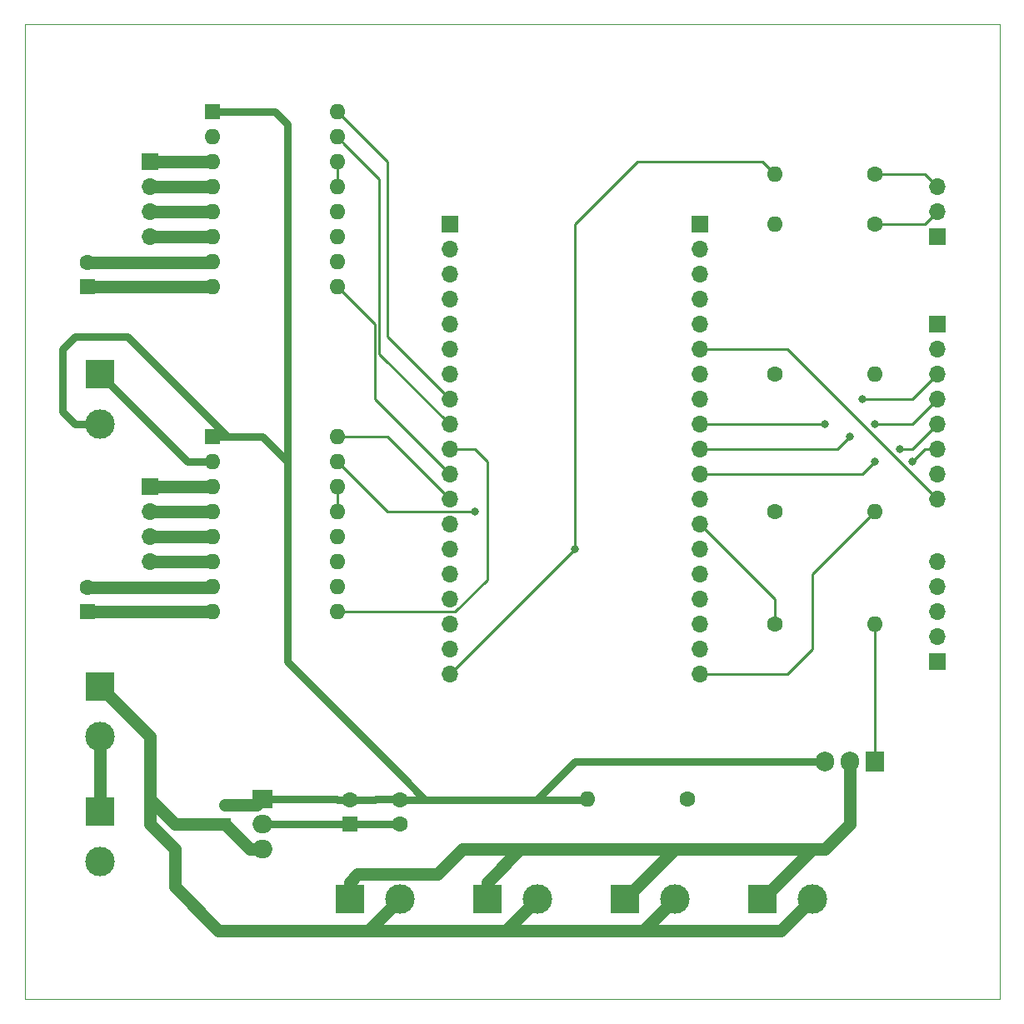
<source format=gbr>
G04 #@! TF.GenerationSoftware,KiCad,Pcbnew,(5.1.2)-2*
G04 #@! TF.CreationDate,2019-07-27T17:10:03+02:00*
G04 #@! TF.ProjectId,3D Scanner,33442053-6361-46e6-9e65-722e6b696361,1.0*
G04 #@! TF.SameCoordinates,Original*
G04 #@! TF.FileFunction,Copper,L1,Top*
G04 #@! TF.FilePolarity,Positive*
%FSLAX46Y46*%
G04 Gerber Fmt 4.6, Leading zero omitted, Abs format (unit mm)*
G04 Created by KiCad (PCBNEW (5.1.2)-2) date 2019-07-27 17:10:03*
%MOMM*%
%LPD*%
G04 APERTURE LIST*
%ADD10C,0.050000*%
%ADD11O,1.600000X1.600000*%
%ADD12R,1.600000X1.600000*%
%ADD13C,3.000000*%
%ADD14R,3.000000X3.000000*%
%ADD15O,1.905000X2.000000*%
%ADD16R,1.905000X2.000000*%
%ADD17O,2.000000X1.905000*%
%ADD18R,2.000000X1.905000*%
%ADD19O,1.700000X1.700000*%
%ADD20R,1.700000X1.700000*%
%ADD21C,1.600000*%
%ADD22C,1.200000*%
%ADD23R,1.200000X1.200000*%
%ADD24C,0.800000*%
%ADD25C,0.250000*%
%ADD26C,1.250000*%
%ADD27C,0.750000*%
G04 APERTURE END LIST*
D10*
X58420000Y-163830000D02*
X58420000Y-68580000D01*
X157480000Y-68580000D02*
X157480000Y-163830000D01*
X58420000Y-68580000D02*
X157480000Y-68580000D01*
X58420000Y-167640000D02*
X58420000Y-163830000D01*
X157480000Y-167640000D02*
X58420000Y-167640000D01*
X157480000Y-163830000D02*
X157480000Y-167640000D01*
D11*
X90170000Y-77470000D03*
X77470000Y-95250000D03*
X90170000Y-80010000D03*
X77470000Y-92710000D03*
X90170000Y-82550000D03*
X77470000Y-90170000D03*
X90170000Y-85090000D03*
X77470000Y-87630000D03*
X90170000Y-87630000D03*
X77470000Y-85090000D03*
X90170000Y-90170000D03*
X77470000Y-82550000D03*
X90170000Y-92710000D03*
X77470000Y-80010000D03*
X90170000Y-95250000D03*
D12*
X77470000Y-77470000D03*
D11*
X90170000Y-110490000D03*
X77470000Y-128270000D03*
X90170000Y-113030000D03*
X77470000Y-125730000D03*
X90170000Y-115570000D03*
X77470000Y-123190000D03*
X90170000Y-118110000D03*
X77470000Y-120650000D03*
X90170000Y-120650000D03*
X77470000Y-118110000D03*
X90170000Y-123190000D03*
X77470000Y-115570000D03*
X90170000Y-125730000D03*
X77470000Y-113030000D03*
X90170000Y-128270000D03*
D12*
X77470000Y-110490000D03*
D13*
X66040000Y-140970000D03*
D14*
X66040000Y-135890000D03*
D13*
X66040000Y-109220000D03*
D14*
X66040000Y-104140000D03*
D13*
X66040000Y-153670000D03*
D14*
X66040000Y-148590000D03*
D13*
X138430000Y-157480000D03*
D14*
X133350000Y-157480000D03*
D13*
X124460000Y-157480000D03*
D14*
X119380000Y-157480000D03*
D13*
X110490000Y-157480000D03*
D14*
X105410000Y-157480000D03*
D13*
X96520000Y-157480000D03*
D14*
X91440000Y-157480000D03*
D15*
X139700000Y-143510000D03*
X142240000Y-143510000D03*
D16*
X144780000Y-143510000D03*
D17*
X82550000Y-152400000D03*
X82550000Y-149860000D03*
D18*
X82550000Y-147320000D03*
D19*
X127000000Y-116840000D03*
X127000000Y-124460000D03*
X127000000Y-111760000D03*
X127000000Y-106680000D03*
X127000000Y-119380000D03*
X127000000Y-101600000D03*
X127000000Y-127000000D03*
D20*
X127000000Y-88900000D03*
D19*
X127000000Y-93980000D03*
X127000000Y-99060000D03*
X127000000Y-129540000D03*
X127000000Y-132080000D03*
X127000000Y-134620000D03*
X127000000Y-104140000D03*
X127000000Y-91440000D03*
X127000000Y-114300000D03*
X127000000Y-96520000D03*
X127000000Y-121920000D03*
X127000000Y-109220000D03*
X101600000Y-116840000D03*
X101600000Y-124460000D03*
X101600000Y-111760000D03*
X101600000Y-106680000D03*
X101600000Y-119380000D03*
X101600000Y-101600000D03*
X101600000Y-127000000D03*
D20*
X101600000Y-88900000D03*
D19*
X101600000Y-93980000D03*
X101600000Y-99060000D03*
X101600000Y-129540000D03*
X101600000Y-132080000D03*
X101600000Y-134620000D03*
X101600000Y-104140000D03*
X101600000Y-91440000D03*
X101600000Y-114300000D03*
X101600000Y-96520000D03*
X101600000Y-121920000D03*
X101600000Y-109220000D03*
X151130000Y-130810000D03*
X151130000Y-125730000D03*
X151130000Y-123190000D03*
X151130000Y-128270000D03*
D20*
X151130000Y-133350000D03*
D19*
X71120000Y-123190000D03*
X71120000Y-120650000D03*
X71120000Y-118110000D03*
D20*
X71120000Y-115570000D03*
D19*
X71120000Y-90170000D03*
X71120000Y-87630000D03*
X71120000Y-85090000D03*
D20*
X71120000Y-82550000D03*
D19*
X151130000Y-116840000D03*
X151130000Y-114300000D03*
X151130000Y-111760000D03*
X151130000Y-109220000D03*
X151130000Y-106680000D03*
X151130000Y-104140000D03*
X151130000Y-101600000D03*
D20*
X151130000Y-99060000D03*
D19*
X151130000Y-85090000D03*
X151130000Y-87630000D03*
D20*
X151130000Y-90170000D03*
D11*
X144780000Y-129540000D03*
D21*
X134620000Y-129540000D03*
D11*
X115570000Y-147320000D03*
D21*
X125730000Y-147320000D03*
D11*
X144780000Y-104140000D03*
D21*
X134620000Y-104140000D03*
D11*
X144780000Y-118110000D03*
D21*
X134620000Y-118110000D03*
D11*
X134620000Y-88900000D03*
D21*
X144780000Y-88900000D03*
D11*
X134620000Y-83820000D03*
D21*
X144780000Y-83820000D03*
X64770000Y-125770000D03*
D12*
X64770000Y-128270000D03*
D21*
X64770000Y-92750000D03*
D12*
X64770000Y-95250000D03*
D21*
X96520000Y-147360000D03*
X96520000Y-149860000D03*
X91440000Y-147360000D03*
D12*
X91440000Y-149860000D03*
D22*
X78740000Y-147860000D03*
D23*
X78740000Y-149860000D03*
D24*
X148590000Y-113030000D03*
X142240000Y-110490000D03*
X144780000Y-109220000D03*
X143510000Y-106680000D03*
X139700000Y-109220000D03*
X104140000Y-118110000D03*
X144780000Y-113030000D03*
X147320000Y-111760000D03*
X114300000Y-121920000D03*
D25*
X127000000Y-134620000D02*
X135890000Y-134620000D01*
X135890000Y-134620000D02*
X138430000Y-132080000D01*
X138430000Y-124460000D02*
X144780000Y-118110000D01*
X138430000Y-132080000D02*
X138430000Y-124460000D01*
X151130000Y-111760000D02*
X149860000Y-111760000D01*
X149860000Y-111760000D02*
X148590000Y-113030000D01*
X134620000Y-127000000D02*
X127000000Y-119380000D01*
X134620000Y-129540000D02*
X134620000Y-127000000D01*
X127000000Y-111760000D02*
X140970000Y-111760000D01*
X140970000Y-111760000D02*
X142240000Y-110490000D01*
X148590000Y-109220000D02*
X151130000Y-106680000D01*
X144780000Y-109220000D02*
X148590000Y-109220000D01*
X151130000Y-104140000D02*
X148590000Y-106680000D01*
X148590000Y-106680000D02*
X143510000Y-106680000D01*
X139700000Y-109220000D02*
X127000000Y-109220000D01*
X135890000Y-101600000D02*
X151130000Y-116840000D01*
X127000000Y-101600000D02*
X135890000Y-101600000D01*
X90170000Y-113030000D02*
X95250000Y-118110000D01*
X95250000Y-118110000D02*
X104140000Y-118110000D01*
X127000000Y-114300000D02*
X143510000Y-114300000D01*
X143510000Y-114300000D02*
X144780000Y-113030000D01*
X148590000Y-111760000D02*
X151130000Y-109220000D01*
X147320000Y-111760000D02*
X148590000Y-111760000D01*
X101600000Y-134620000D02*
X114300000Y-121920000D01*
X133350000Y-82550000D02*
X134620000Y-83820000D01*
X120650000Y-82550000D02*
X133350000Y-82550000D01*
X114300000Y-121920000D02*
X114300000Y-88900000D01*
X114300000Y-88900000D02*
X120650000Y-82550000D01*
X95250000Y-110490000D02*
X101600000Y-116840000D01*
X90170000Y-110490000D02*
X95250000Y-110490000D01*
X90170000Y-95250000D02*
X93980000Y-99060000D01*
X93980000Y-106680000D02*
X101600000Y-114300000D01*
X93980000Y-99060000D02*
X93980000Y-106680000D01*
X102802081Y-111760000D02*
X101600000Y-111760000D01*
X104017002Y-111760000D02*
X102802081Y-111760000D01*
X90170000Y-128270000D02*
X102143002Y-128270000D01*
X104017002Y-111760000D02*
X104140000Y-111760000D01*
X104140000Y-111760000D02*
X105410000Y-113030000D01*
X105410000Y-113030000D02*
X105410000Y-118110000D01*
X105410000Y-125003002D02*
X102143002Y-128270000D01*
X105410000Y-118110000D02*
X105410000Y-125003002D01*
X102143002Y-128270000D02*
X101600000Y-128270000D01*
X90969999Y-80809999D02*
X90170000Y-80010000D01*
X94480010Y-84320010D02*
X90969999Y-80809999D01*
X94480010Y-102100010D02*
X94480010Y-84320010D01*
X101600000Y-109220000D02*
X94480010Y-102100010D01*
X95250000Y-82550000D02*
X90170000Y-77470000D01*
X101600000Y-106680000D02*
X95250000Y-100330000D01*
X95250000Y-100330000D02*
X95250000Y-82550000D01*
D26*
X81280000Y-152400000D02*
X82550000Y-152400000D01*
X78740000Y-149860000D02*
X81280000Y-152400000D01*
X71120000Y-149860000D02*
X73660000Y-152400000D01*
X66040000Y-135890000D02*
X71120000Y-140970000D01*
X77430000Y-95210000D02*
X77470000Y-95250000D01*
X71120000Y-147320000D02*
X73660000Y-149860000D01*
X71120000Y-146050000D02*
X71120000Y-147320000D01*
X73660000Y-149860000D02*
X78740000Y-149860000D01*
X71120000Y-146050000D02*
X71120000Y-149860000D01*
X71120000Y-140970000D02*
X71120000Y-146050000D01*
X78105000Y-160655000D02*
X73660000Y-156210000D01*
X73660000Y-152400000D02*
X73660000Y-156210000D01*
X135255000Y-160655000D02*
X138430000Y-157480000D01*
X122960001Y-158979999D02*
X121285000Y-160655000D01*
X124460000Y-157480000D02*
X122960001Y-158979999D01*
X135255000Y-160655000D02*
X121285000Y-160655000D01*
X108990001Y-158979999D02*
X107315000Y-160655000D01*
X110490000Y-157480000D02*
X108990001Y-158979999D01*
X121285000Y-160655000D02*
X107315000Y-160655000D01*
X95020001Y-158979999D02*
X93345000Y-160655000D01*
X96520000Y-157480000D02*
X95020001Y-158979999D01*
X107315000Y-160655000D02*
X93345000Y-160655000D01*
X107315000Y-160655000D02*
X78105000Y-160655000D01*
X77430000Y-128230000D02*
X77470000Y-128270000D01*
X64770000Y-95250000D02*
X77470000Y-95250000D01*
X64770000Y-128270000D02*
X77470000Y-128270000D01*
D27*
X82550000Y-149860000D02*
X90170000Y-149860000D01*
X96480000Y-149860000D02*
X96520000Y-149820000D01*
X90170000Y-149860000D02*
X96480000Y-149860000D01*
X74930000Y-113030000D02*
X66040000Y-104140000D01*
X77470000Y-113030000D02*
X74930000Y-113030000D01*
D25*
X90170000Y-118110000D02*
X90170000Y-115570000D01*
D26*
X77470000Y-123190000D02*
X71120000Y-123190000D01*
X71120000Y-120650000D02*
X77470000Y-120650000D01*
X77470000Y-118110000D02*
X71120000Y-118110000D01*
X71120000Y-115570000D02*
X77470000Y-115570000D01*
D25*
X90170000Y-85090000D02*
X90170000Y-82550000D01*
D26*
X71120000Y-90170000D02*
X77470000Y-90170000D01*
X77470000Y-87630000D02*
X71120000Y-87630000D01*
X71120000Y-85090000D02*
X77470000Y-85090000D01*
X77470000Y-82550000D02*
X71120000Y-82550000D01*
D25*
X149860000Y-83820000D02*
X151130000Y-85090000D01*
X144780000Y-83820000D02*
X149860000Y-83820000D01*
X149860000Y-88900000D02*
X151130000Y-87630000D01*
X144780000Y-88900000D02*
X149860000Y-88900000D01*
D26*
X91440000Y-155730000D02*
X91440000Y-157480000D01*
X108740000Y-152400000D02*
X105410000Y-155730000D01*
D25*
X122710000Y-152400000D02*
X123190000Y-152400000D01*
D26*
X105410000Y-157480000D02*
X105410000Y-155730000D01*
X108740000Y-152400000D02*
X123190000Y-152400000D01*
X139700000Y-152400000D02*
X135680000Y-152400000D01*
X123190000Y-152400000D02*
X124460000Y-152400000D01*
X122400000Y-152400000D02*
X124460000Y-152400000D01*
X124460000Y-152400000D02*
X119380000Y-157480000D01*
X138430000Y-152400000D02*
X133350000Y-157480000D01*
X138430000Y-152400000D02*
X139700000Y-152400000D01*
X124460000Y-152400000D02*
X138430000Y-152400000D01*
X92230000Y-154940000D02*
X100330000Y-154940000D01*
X91440000Y-155730000D02*
X92230000Y-154940000D01*
X102870000Y-152400000D02*
X108740000Y-152400000D01*
X100330000Y-154940000D02*
X102870000Y-152400000D01*
X142240000Y-149860000D02*
X139700000Y-152400000D01*
X142240000Y-143510000D02*
X142240000Y-149860000D01*
X66040000Y-148590000D02*
X66040000Y-140970000D01*
D25*
X144780000Y-143510000D02*
X144780000Y-139700000D01*
X144780000Y-139700000D02*
X144780000Y-129540000D01*
D27*
X82010000Y-147860000D02*
X82550000Y-147320000D01*
D26*
X78740000Y-147860000D02*
X82010000Y-147860000D01*
D27*
X90130000Y-147320000D02*
X90170000Y-147360000D01*
X82550000Y-147320000D02*
X90130000Y-147320000D01*
X90170000Y-147360000D02*
X94020000Y-147360000D01*
X94060000Y-147320000D02*
X96520000Y-147320000D01*
X94020000Y-147360000D02*
X94060000Y-147320000D01*
X115530000Y-147360000D02*
X115570000Y-147320000D01*
X110450000Y-147360000D02*
X114300000Y-143510000D01*
X110450000Y-147360000D02*
X115530000Y-147360000D01*
X96520000Y-144780000D02*
X85090000Y-133350000D01*
X83820000Y-77470000D02*
X77470000Y-77470000D01*
X85090000Y-78740000D02*
X83820000Y-77470000D01*
X82550000Y-110490000D02*
X85090000Y-113030000D01*
X77470000Y-110490000D02*
X82550000Y-110490000D01*
X85090000Y-133350000D02*
X85090000Y-113030000D01*
X85090000Y-113030000D02*
X85090000Y-78740000D01*
X79020000Y-110490000D02*
X82550000Y-110490000D01*
X63500000Y-109220000D02*
X62230000Y-107950000D01*
X62230000Y-107950000D02*
X62230000Y-101600000D01*
X66040000Y-109220000D02*
X63500000Y-109220000D01*
X62230000Y-101600000D02*
X63500000Y-100330000D01*
X63500000Y-100330000D02*
X68860000Y-100330000D01*
X68860000Y-100330000D02*
X79020000Y-110490000D01*
X114300000Y-143510000D02*
X139700000Y-143510000D01*
X77430000Y-92750000D02*
X77470000Y-92710000D01*
D26*
X64770000Y-92750000D02*
X77430000Y-92750000D01*
D27*
X77430000Y-125770000D02*
X77470000Y-125730000D01*
D26*
X64770000Y-125770000D02*
X77430000Y-125770000D01*
D27*
X96520000Y-144780000D02*
X99100000Y-147360000D01*
X96520000Y-147360000D02*
X99100000Y-147360000D01*
X99100000Y-147360000D02*
X110450000Y-147360000D01*
M02*

</source>
